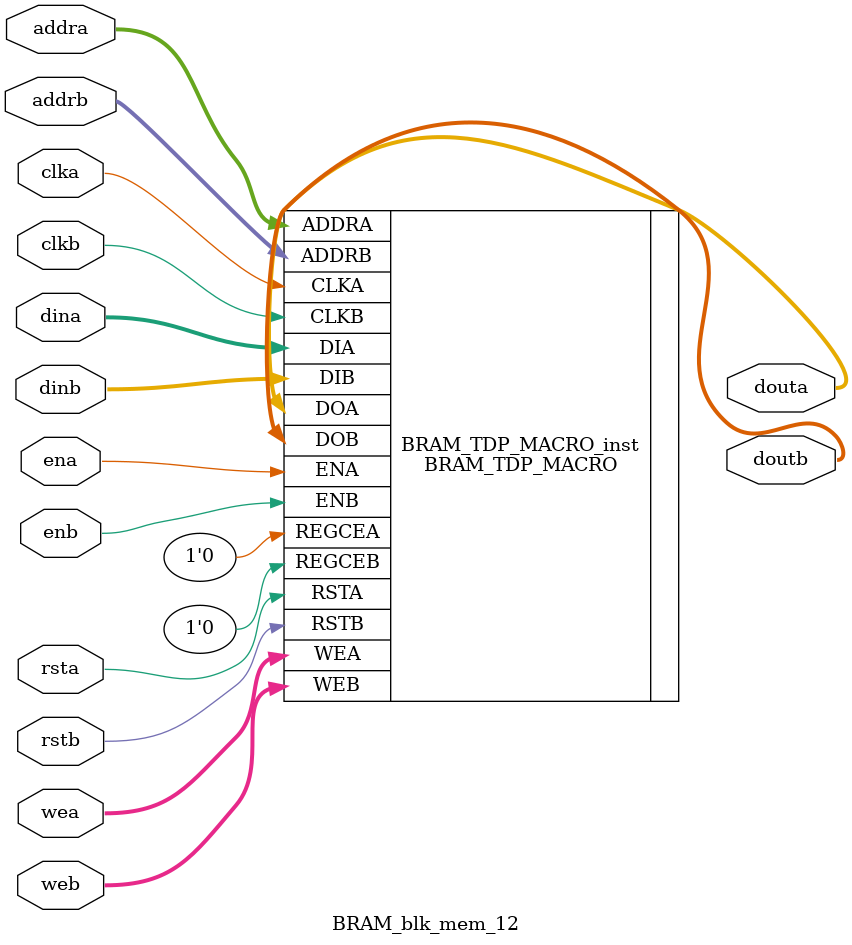
<source format=v>
`timescale 1ns/1ps

module BRAM_blk_mem_12 (
  clka,
  ena,
  wea,
  addra,
  dina,
  douta,
  rsta,
  clkb,
  enb,
  web,
  addrb,
  dinb,
  doutb,
  rstb
);


input wire clka;
input wire clkb;

input wire ena;
input wire enb;

input wire rsta;
input wire rstb;

input wire [3 : 0] wea;
input wire [3 : 0] web;

input wire [9 : 0] addra;
input wire [9 : 0] addrb;

input wire [31 : 0] dina;
input wire [31 : 0] dinb;

output wire [31 : 0] douta;
output wire [31 : 0] doutb;


// BRAM_TDP_MACRO : In order to incorporate this function into the design,
//   Verilog   : the following instance declaration needs to be placed
//  instance   : in the body of the design code.  The instance name
// declaration : (BRAM_TDP_MACRO_inst) and/or the port declarations within the
//    code     : parenthesis may be changed to properly reference and
//             : connect this function to the design.  All inputs
//             : and outputs must be connected.

//  <-----Cut code below this line---->

   // BRAM_TDP_MACRO: True Dual Port RAM
   //                 Virtex-7
   // Xilinx HDL Language Template, version 2016.4
   
   //////////////////////////////////////////////////////////////////////////
   // DATA_WIDTH_A/B | BRAM_SIZE | RAM Depth | ADDRA/B Width | WEA/B Width //
   // ===============|===========|===========|===============|=============//
   //     19-36      |  "36Kb"   |    1024   |    10-bit     |    4-bit    //
   //     10-18      |  "36Kb"   |    2048   |    11-bit     |    2-bit    //
   //     10-18      |  "18Kb"   |    1024   |    10-bit     |    2-bit    //
   //      5-9       |  "36Kb"   |    4096   |    12-bit     |    1-bit    //
   //      5-9       |  "18Kb"   |    2048   |    11-bit     |    1-bit    //
   //      3-4       |  "36Kb"   |    8192   |    13-bit     |    1-bit    //
   //      3-4       |  "18Kb"   |    4096   |    12-bit     |    1-bit    //
   //        2       |  "36Kb"   |   16384   |    14-bit     |    1-bit    //
   //        2       |  "18Kb"   |    8192   |    13-bit     |    1-bit    //
   //        1       |  "36Kb"   |   32768   |    15-bit     |    1-bit    //
   //        1       |  "18Kb"   |   16384   |    14-bit     |    1-bit    //
   //////////////////////////////////////////////////////////////////////////

   BRAM_TDP_MACRO #(
      .BRAM_SIZE("36Kb"), // Target BRAM: "18Kb" or "36Kb" 
      .DEVICE("7SERIES"), // Target device: "7SERIES" 
      .DOA_REG(0),        // Optional port A output register (0 or 1)
      .DOB_REG(0),        // Optional port B output register (0 or 1)
      .INIT_A(36'h00000000),  // Initial values on port A output port
      .INIT_B(36'h00000000), // Initial values on port B output port
      .INIT_FILE ("weight_12.mem"),
      .READ_WIDTH_A (32),   // Valid values are 1-36 (19-36 only valid when BRAM_SIZE="36Kb")
      .READ_WIDTH_B (32),   // Valid values are 1-36 (19-36 only valid when BRAM_SIZE="36Kb")
      .SIM_COLLISION_CHECK ("ALL"), // Collision check enable "ALL", "WARNING_ONLY", 
                                    //   "GENERATE_X_ONLY" or "NONE" 
      .SRVAL_A(36'h00000000), // Set/Reset value for port A output
      .SRVAL_B(36'h00000000), // Set/Reset value for port B output
      .WRITE_MODE_A("WRITE_FIRST"), // "WRITE_FIRST", "READ_FIRST", or "NO_CHANGE" 
      .WRITE_MODE_B("WRITE_FIRST"), // "WRITE_FIRST", "READ_FIRST", or "NO_CHANGE" 
      .WRITE_WIDTH_A(32), // Valid values are 1-36 (19-36 only valid when BRAM_SIZE="36Kb")
      .WRITE_WIDTH_B(32), // Valid values are 1-36 (19-36 only valid when BRAM_SIZE="36Kb")
      .INIT_00(256'h0000000000000000000000000000000000000000000000000000000000000000),
      .INIT_01(256'h0000000000000000000000000000000000000000000000000000000000000000),
      .INIT_02(256'h0000000000000000000000000000000000000000000000000000000000000000),
      .INIT_03(256'h0000000000000000000000000000000000000000000000000000000000000000),
      .INIT_04(256'h0000000000000000000000000000000000000000000000000000000000000000),
      .INIT_05(256'h0000000000000000000000000000000000000000000000000000000000000000),
      .INIT_06(256'h0000000000000000000000000000000000000000000000000000000000000000),
      .INIT_07(256'h0000000000000000000000000000000000000000000000000000000000000000),
      .INIT_08(256'h0000000000000000000000000000000000000000000000000000000000000000),
      .INIT_09(256'h0000000000000000000000000000000000000000000000000000000000000000),
      .INIT_0A(256'h0000000000000000000000000000000000000000000000000000000000000000),
      .INIT_0B(256'h0000000000000000000000000000000000000000000000000000000000000000),
      .INIT_0C(256'h0000000000000000000000000000000000000000000000000000000000000000),
      .INIT_0D(256'h0000000000000000000000000000000000000000000000000000000000000000),
      .INIT_0E(256'h0000000000000000000000000000000000000000000000000000000000000000),
      .INIT_0F(256'h0000000000000000000000000000000000000000000000000000000000000000),
      .INIT_10(256'h0000000000000000000000000000000000000000000000000000000000000000),
      .INIT_11(256'h0000000000000000000000000000000000000000000000000000000000000000),
      .INIT_12(256'h0000000000000000000000000000000000000000000000000000000000000000),
      .INIT_13(256'h0000000000000000000000000000000000000000000000000000000000000000),
      .INIT_14(256'h0000000000000000000000000000000000000000000000000000000000000000),
      .INIT_15(256'h0000000000000000000000000000000000000000000000000000000000000000),
      .INIT_16(256'h0000000000000000000000000000000000000000000000000000000000000000),
      .INIT_17(256'h0000000000000000000000000000000000000000000000000000000000000000),
      .INIT_18(256'h0000000000000000000000000000000000000000000000000000000000000000),
      .INIT_19(256'h0000000000000000000000000000000000000000000000000000000000000000),
      .INIT_1A(256'h0000000000000000000000000000000000000000000000000000000000000000),
      .INIT_1B(256'h0000000000000000000000000000000000000000000000000000000000000000),
      .INIT_1C(256'h0000000000000000000000000000000000000000000000000000000000000000),
      .INIT_1D(256'h0000000000000000000000000000000000000000000000000000000000000000),
      .INIT_1E(256'h0000000000000000000000000000000000000000000000000000000000000000),
      .INIT_1F(256'h0000000000000000000000000000000000000000000000000000000000000000),
      .INIT_20(256'h0000000000000000000000000000000000000000000000000000000000000000),
      .INIT_21(256'h0000000000000000000000000000000000000000000000000000000000000000),
      .INIT_22(256'h0000000000000000000000000000000000000000000000000000000000000000),
      .INIT_23(256'h0000000000000000000000000000000000000000000000000000000000000000),
      .INIT_24(256'h0000000000000000000000000000000000000000000000000000000000000000),
      .INIT_25(256'h0000000000000000000000000000000000000000000000000000000000000000),
      .INIT_26(256'h0000000000000000000000000000000000000000000000000000000000000000),
      .INIT_27(256'h0000000000000000000000000000000000000000000000000000000000000000),
      .INIT_28(256'h0000000000000000000000000000000000000000000000000000000000000000),
      .INIT_29(256'h0000000000000000000000000000000000000000000000000000000000000000),
      .INIT_2A(256'h0000000000000000000000000000000000000000000000000000000000000000),
      .INIT_2B(256'h0000000000000000000000000000000000000000000000000000000000000000),
      .INIT_2C(256'h0000000000000000000000000000000000000000000000000000000000000000),
      .INIT_2D(256'h0000000000000000000000000000000000000000000000000000000000000000),
      .INIT_2E(256'h0000000000000000000000000000000000000000000000000000000000000000),
      .INIT_2F(256'h0000000000000000000000000000000000000000000000000000000000000000),
      .INIT_30(256'h0000000000000000000000000000000000000000000000000000000000000000),
      .INIT_31(256'h0000000000000000000000000000000000000000000000000000000000000000),
      .INIT_32(256'h0000000000000000000000000000000000000000000000000000000000000000),
      .INIT_33(256'h0000000000000000000000000000000000000000000000000000000000000000),
      .INIT_34(256'h0000000000000000000000000000000000000000000000000000000000000000),
      .INIT_35(256'h0000000000000000000000000000000000000000000000000000000000000000),
      .INIT_36(256'h0000000000000000000000000000000000000000000000000000000000000000),
      .INIT_37(256'h0000000000000000000000000000000000000000000000000000000000000000),
      .INIT_38(256'h0000000000000000000000000000000000000000000000000000000000000000),
      .INIT_39(256'h0000000000000000000000000000000000000000000000000000000000000000),
      .INIT_3A(256'h0000000000000000000000000000000000000000000000000000000000000000),
      .INIT_3B(256'h0000000000000000000000000000000000000000000000000000000000000000),
      .INIT_3C(256'h0000000000000000000000000000000000000000000000000000000000000000),
      .INIT_3D(256'h0000000000000000000000000000000000000000000000000000000000000000),
      .INIT_3E(256'h0000000000000000000000000000000000000000000000000000000000000000),
      .INIT_3F(256'h0000000000000000000000000000000000000000000000000000000000000000),
      
      // The next set of INIT_xx are valid when configured as 36Kb
      .INIT_40(256'h0000000000000000000000000000000000000000000000000000000000000000),
      .INIT_41(256'h0000000000000000000000000000000000000000000000000000000000000000),
      .INIT_42(256'h0000000000000000000000000000000000000000000000000000000000000000),
      .INIT_43(256'h0000000000000000000000000000000000000000000000000000000000000000),
      .INIT_44(256'h0000000000000000000000000000000000000000000000000000000000000000),
      .INIT_45(256'h0000000000000000000000000000000000000000000000000000000000000000),
      .INIT_46(256'h0000000000000000000000000000000000000000000000000000000000000000),
      .INIT_47(256'h0000000000000000000000000000000000000000000000000000000000000000),
      .INIT_48(256'h0000000000000000000000000000000000000000000000000000000000000000),
      .INIT_49(256'h0000000000000000000000000000000000000000000000000000000000000000),
      .INIT_4A(256'h0000000000000000000000000000000000000000000000000000000000000000),
      .INIT_4B(256'h0000000000000000000000000000000000000000000000000000000000000000),
      .INIT_4C(256'h0000000000000000000000000000000000000000000000000000000000000000),
      .INIT_4D(256'h0000000000000000000000000000000000000000000000000000000000000000),
      .INIT_4E(256'h0000000000000000000000000000000000000000000000000000000000000000),
      .INIT_4F(256'h0000000000000000000000000000000000000000000000000000000000000000),
      .INIT_50(256'h0000000000000000000000000000000000000000000000000000000000000000),
      .INIT_51(256'h0000000000000000000000000000000000000000000000000000000000000000),
      .INIT_52(256'h0000000000000000000000000000000000000000000000000000000000000000),
      .INIT_53(256'h0000000000000000000000000000000000000000000000000000000000000000),
      .INIT_54(256'h0000000000000000000000000000000000000000000000000000000000000000),
      .INIT_55(256'h0000000000000000000000000000000000000000000000000000000000000000),
      .INIT_56(256'h0000000000000000000000000000000000000000000000000000000000000000),
      .INIT_57(256'h0000000000000000000000000000000000000000000000000000000000000000),
      .INIT_58(256'h0000000000000000000000000000000000000000000000000000000000000000),
      .INIT_59(256'h0000000000000000000000000000000000000000000000000000000000000000),
      .INIT_5A(256'h0000000000000000000000000000000000000000000000000000000000000000),
      .INIT_5B(256'h0000000000000000000000000000000000000000000000000000000000000000),
      .INIT_5C(256'h0000000000000000000000000000000000000000000000000000000000000000),
      .INIT_5D(256'h0000000000000000000000000000000000000000000000000000000000000000),
      .INIT_5E(256'h0000000000000000000000000000000000000000000000000000000000000000),
      .INIT_5F(256'h0000000000000000000000000000000000000000000000000000000000000000),
      .INIT_60(256'h0000000000000000000000000000000000000000000000000000000000000000),
      .INIT_61(256'h0000000000000000000000000000000000000000000000000000000000000000),
      .INIT_62(256'h0000000000000000000000000000000000000000000000000000000000000000),
      .INIT_63(256'h0000000000000000000000000000000000000000000000000000000000000000),
      .INIT_64(256'h0000000000000000000000000000000000000000000000000000000000000000),
      .INIT_65(256'h0000000000000000000000000000000000000000000000000000000000000000),
      .INIT_66(256'h0000000000000000000000000000000000000000000000000000000000000000),
      .INIT_67(256'h0000000000000000000000000000000000000000000000000000000000000000),
      .INIT_68(256'h0000000000000000000000000000000000000000000000000000000000000000),
      .INIT_69(256'h0000000000000000000000000000000000000000000000000000000000000000),
      .INIT_6A(256'h0000000000000000000000000000000000000000000000000000000000000000),
      .INIT_6B(256'h0000000000000000000000000000000000000000000000000000000000000000),
      .INIT_6C(256'h0000000000000000000000000000000000000000000000000000000000000000),
      .INIT_6D(256'h0000000000000000000000000000000000000000000000000000000000000000),
      .INIT_6E(256'h0000000000000000000000000000000000000000000000000000000000000000),
      .INIT_6F(256'h0000000000000000000000000000000000000000000000000000000000000000),
      .INIT_70(256'h0000000000000000000000000000000000000000000000000000000000000000),
      .INIT_71(256'h0000000000000000000000000000000000000000000000000000000000000000),
      .INIT_72(256'h0000000000000000000000000000000000000000000000000000000000000000),
      .INIT_73(256'h0000000000000000000000000000000000000000000000000000000000000000),
      .INIT_74(256'h0000000000000000000000000000000000000000000000000000000000000000),
      .INIT_75(256'h0000000000000000000000000000000000000000000000000000000000000000),
      .INIT_76(256'h0000000000000000000000000000000000000000000000000000000000000000),
      .INIT_77(256'h0000000000000000000000000000000000000000000000000000000000000000),
      .INIT_78(256'h0000000000000000000000000000000000000000000000000000000000000000),
      .INIT_79(256'h0000000000000000000000000000000000000000000000000000000000000000),
      .INIT_7A(256'h0000000000000000000000000000000000000000000000000000000000000000),
      .INIT_7B(256'h0000000000000000000000000000000000000000000000000000000000000000),
      .INIT_7C(256'h0000000000000000000000000000000000000000000000000000000000000000),
      .INIT_7D(256'h0000000000000000000000000000000000000000000000000000000000000000),
      .INIT_7E(256'h0000000000000000000000000000000000000000000000000000000000000000),
      .INIT_7F(256'h0000000000000000000000000000000000000000000000000000000000000000),
     
      // The next set of INITP_xx are for the parity bits
      //.INIT_FF(256'h0000000000000000000000000000000000000000000000000000000000000000),
      .INITP_00(256'h0000000000000000000000000000000000000000000000000000000000000000),
      .INITP_01(256'h0000000000000000000000000000000000000000000000000000000000000000),
      .INITP_02(256'h0000000000000000000000000000000000000000000000000000000000000000),
      .INITP_03(256'h0000000000000000000000000000000000000000000000000000000000000000),
      .INITP_04(256'h0000000000000000000000000000000000000000000000000000000000000000),
      .INITP_05(256'h0000000000000000000000000000000000000000000000000000000000000000),
      .INITP_06(256'h0000000000000000000000000000000000000000000000000000000000000000),
      .INITP_07(256'h0000000000000000000000000000000000000000000000000000000000000000),
      
      // The next set of INITP_xx are valid when configured as 36Kb
      .INITP_08(256'h0000000000000000000000000000000000000000000000000000000000000000),
      .INITP_09(256'h0000000000000000000000000000000000000000000000000000000000000000),
      .INITP_0A(256'h0000000000000000000000000000000000000000000000000000000000000000),
      .INITP_0B(256'h0000000000000000000000000000000000000000000000000000000000000000),
      .INITP_0C(256'h0000000000000000000000000000000000000000000000000000000000000000),
      .INITP_0D(256'h0000000000000000000000000000000000000000000000000000000000000000),
      .INITP_0E(256'h0000000000000000000000000000000000000000000000000000000000000000),
      .INITP_0F(256'h0000000000000000000000000000000000000000000000000000000000000000)
   ) BRAM_TDP_MACRO_inst (
      .DOA(douta),       // Output port-A data, width defined by READ_WIDTH_A parameter
      .DOB(doutb),       // Output port-B data, width defined by READ_WIDTH_B parameter
      .ADDRA(addra),   // Input port-A address, width defined by Port A depth
      .ADDRB(addrb),   // Input port-B address, width defined by Port B depth
      .CLKA(clka),     // 1-bit input port-A clock
      .CLKB(clkb),     // 1-bit input port-B clock
      .DIA(dina),       // Input port-A data, width defined by WRITE_WIDTH_A parameter
      .DIB(dinb),       // Input port-B data, width defined by WRITE_WIDTH_B parameter
      .ENA(ena),       // 1-bit input port-A enable
      .ENB(enb),       // 1-bit input port-B enable
      .REGCEA(1'D0), // 1-bit input port-A output register enable
      .REGCEB(1'D0), // 1-bit input port-B output register enable
      .RSTA(rsta),     // 1-bit input port-A reset
      .RSTB(rstb),     // 1-bit input port-B reset
      .WEA(wea),       // Input port-A write enable, width defined by Port A depth
      .WEB(web)        // Input port-B write enable, width defined by Port B depth
   );

   // End of BRAM_TDP_MACRO_inst instantiation
				
endmodule
</source>
